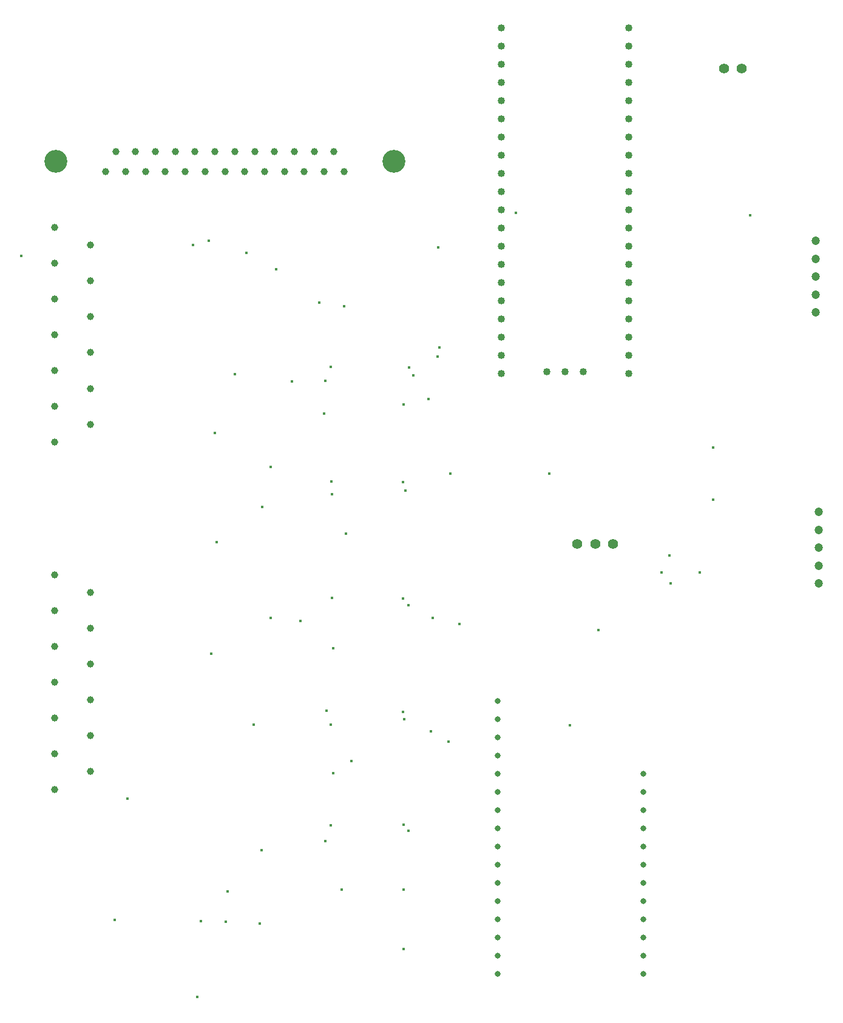
<source format=gbr>
%TF.GenerationSoftware,KiCad,Pcbnew,(6.0.7)*%
%TF.CreationDate,2022-09-16T15:15:26+01:00*%
%TF.ProjectId,iso_adc_cvm,69736f5f-6164-4635-9f63-766d2e6b6963,rev?*%
%TF.SameCoordinates,Original*%
%TF.FileFunction,Plated,1,2,PTH,Drill*%
%TF.FilePolarity,Positive*%
%FSLAX46Y46*%
G04 Gerber Fmt 4.6, Leading zero omitted, Abs format (unit mm)*
G04 Created by KiCad (PCBNEW (6.0.7)) date 2022-09-16 15:15:26*
%MOMM*%
%LPD*%
G01*
G04 APERTURE LIST*
%TA.AperFunction,ViaDrill*%
%ADD10C,0.400000*%
%TD*%
%TA.AperFunction,ComponentDrill*%
%ADD11C,0.800000*%
%TD*%
%TA.AperFunction,ComponentDrill*%
%ADD12C,1.000000*%
%TD*%
%TA.AperFunction,ComponentDrill*%
%ADD13C,1.020000*%
%TD*%
%TA.AperFunction,ComponentDrill*%
%ADD14C,1.200000*%
%TD*%
%TA.AperFunction,ComponentDrill*%
%ADD15C,1.400000*%
%TD*%
%TA.AperFunction,ComponentDrill*%
%ADD16C,3.200000*%
%TD*%
G04 APERTURE END LIST*
D10*
X18500000Y-46500000D03*
X31500000Y-139250000D03*
X33277900Y-122298800D03*
X42421300Y-45000000D03*
X43000000Y-150000000D03*
X43498000Y-139384900D03*
X44586900Y-44413900D03*
X45000000Y-102000000D03*
X45500000Y-71250000D03*
X45750000Y-86500000D03*
X46998000Y-139466300D03*
X47270039Y-135206928D03*
X48253800Y-62990000D03*
X49884800Y-46101100D03*
X50880000Y-111973500D03*
X51699900Y-139704200D03*
X51966700Y-129453600D03*
X52081400Y-81516700D03*
X53247700Y-97027600D03*
X53250000Y-76000000D03*
X54032500Y-48359500D03*
X56250000Y-64000000D03*
X57400500Y-97469900D03*
X60000000Y-53000000D03*
X60750000Y-68500000D03*
X60852500Y-63925100D03*
X60883900Y-128170300D03*
X61046400Y-109975000D03*
X61644900Y-111973500D03*
X61669200Y-125993200D03*
X61673700Y-61975100D03*
X61687400Y-77975100D03*
X61782500Y-79794400D03*
X61789800Y-94259400D03*
X62000000Y-101250000D03*
X62000000Y-118750000D03*
X63180145Y-134948926D03*
X63500000Y-53500000D03*
X63750000Y-85250000D03*
X64500000Y-117000000D03*
X71704500Y-94309900D03*
X71704500Y-110131400D03*
X71714800Y-78090700D03*
X71761500Y-134999900D03*
X71764600Y-125950800D03*
X71804900Y-67271000D03*
X71819000Y-143265300D03*
X71886600Y-111212900D03*
X72052900Y-79275100D03*
X72485700Y-95244000D03*
X72504900Y-126759500D03*
X72536500Y-62070200D03*
X73148000Y-63175000D03*
X75250000Y-66520600D03*
X75624800Y-112837500D03*
X75889200Y-97066600D03*
X76508100Y-60573600D03*
X76608800Y-45332600D03*
X76769500Y-59307700D03*
X78089600Y-114340600D03*
X78294000Y-76889900D03*
X79608000Y-97868800D03*
X87491000Y-40464600D03*
X92087500Y-76889900D03*
X95000000Y-112000000D03*
X99000000Y-98750000D03*
X107797700Y-90685200D03*
X108921600Y-88343500D03*
X109036000Y-92256300D03*
X113137500Y-90685200D03*
X114962500Y-80528800D03*
X114982700Y-73268100D03*
X120188500Y-40851100D03*
D11*
%TO.C,A1*%
X84947500Y-108650000D03*
X84947500Y-111190000D03*
X84947500Y-113730000D03*
X84947500Y-116270000D03*
X84947500Y-118810000D03*
X84947500Y-121350000D03*
X84947500Y-123890000D03*
X84947500Y-126430000D03*
X84947500Y-128970000D03*
X84947500Y-131510000D03*
X84947500Y-134050000D03*
X84947500Y-136590000D03*
X84947500Y-139130000D03*
X84947500Y-141670000D03*
X84947500Y-144210000D03*
X84947500Y-146750000D03*
X105267500Y-118810000D03*
X105267500Y-121350000D03*
X105267500Y-123890000D03*
X105267500Y-126430000D03*
X105267500Y-128970000D03*
X105267500Y-131510000D03*
X105267500Y-134050000D03*
X105267500Y-136590000D03*
X105267500Y-139130000D03*
X105267500Y-141670000D03*
X105267500Y-144210000D03*
X105267500Y-146750000D03*
D12*
%TO.C,J2*%
X23125000Y-42500000D03*
X23125000Y-47500000D03*
X23125000Y-52500000D03*
X23125000Y-57500000D03*
X23125000Y-62500000D03*
X23125000Y-67500000D03*
X23125000Y-72500000D03*
%TO.C,J1*%
X23125000Y-91000000D03*
X23125000Y-96000000D03*
X23125000Y-101000000D03*
X23125000Y-106000000D03*
X23125000Y-111000000D03*
X23125000Y-116000000D03*
X23125000Y-121000000D03*
%TO.C,J2*%
X28125000Y-45000000D03*
X28125000Y-50000000D03*
X28125000Y-55000000D03*
X28125000Y-60000000D03*
X28125000Y-65000000D03*
X28125000Y-70000000D03*
%TO.C,J1*%
X28125000Y-93500000D03*
X28125000Y-98500000D03*
X28125000Y-103500000D03*
X28125000Y-108500000D03*
X28125000Y-113500000D03*
X28125000Y-118500000D03*
%TO.C,J3*%
X30250000Y-34750000D03*
X31635000Y-31910000D03*
X33020000Y-34750000D03*
X34405000Y-31910000D03*
X35790000Y-34750000D03*
X37175000Y-31910000D03*
X38560000Y-34750000D03*
X39945000Y-31910000D03*
X41330000Y-34750000D03*
X42715000Y-31910000D03*
X44100000Y-34750000D03*
X45485000Y-31910000D03*
X46870000Y-34750000D03*
X48255000Y-31910000D03*
X49640000Y-34750000D03*
X51025000Y-31910000D03*
X52410000Y-34750000D03*
X53795000Y-31910000D03*
X55180000Y-34750000D03*
X56565000Y-31910000D03*
X57950000Y-34750000D03*
X59335000Y-31910000D03*
X60720000Y-34750000D03*
X62105000Y-31910000D03*
X63490000Y-34750000D03*
D13*
%TO.C,U1*%
X85410000Y-14670000D03*
X85410000Y-17210000D03*
X85410000Y-19750000D03*
X85410000Y-22290000D03*
X85410000Y-24830000D03*
X85410000Y-27370000D03*
X85410000Y-29910000D03*
X85410000Y-32450000D03*
X85410000Y-34990000D03*
X85410000Y-37530000D03*
X85410000Y-40070000D03*
X85410000Y-42610000D03*
X85410000Y-45150000D03*
X85410000Y-47690000D03*
X85410000Y-50230000D03*
X85410000Y-52770000D03*
X85410000Y-55310000D03*
X85410000Y-57850000D03*
X85410000Y-60390000D03*
X85410000Y-62930000D03*
X91760000Y-62700000D03*
X94300000Y-62700000D03*
X96840000Y-62700000D03*
X103190000Y-14670000D03*
X103190000Y-17210000D03*
X103190000Y-19750000D03*
X103190000Y-22290000D03*
X103190000Y-24830000D03*
X103190000Y-27370000D03*
X103190000Y-29910000D03*
X103190000Y-32450000D03*
X103190000Y-34990000D03*
X103190000Y-37530000D03*
X103190000Y-40070000D03*
X103190000Y-42610000D03*
X103190000Y-45150000D03*
X103190000Y-47690000D03*
X103190000Y-50230000D03*
X103190000Y-52770000D03*
X103190000Y-55310000D03*
X103190000Y-57850000D03*
X103190000Y-60390000D03*
X103190000Y-62930000D03*
D14*
%TO.C,J5*%
X129250000Y-44383300D03*
X129250000Y-46883300D03*
X129250000Y-49383300D03*
X129250000Y-51883300D03*
X129250000Y-54383300D03*
%TO.C,J4*%
X129700000Y-82233300D03*
X129700000Y-84733300D03*
X129700000Y-87233300D03*
X129700000Y-89733300D03*
X129700000Y-92233300D03*
D15*
%TO.C,J6*%
X96050000Y-86750000D03*
X98550000Y-86750000D03*
X101050000Y-86750000D03*
%TO.C,J7*%
X116475000Y-20375000D03*
X118975000Y-20375000D03*
D16*
%TO.C,J3*%
X23320000Y-33330000D03*
X70420000Y-33330000D03*
M02*

</source>
